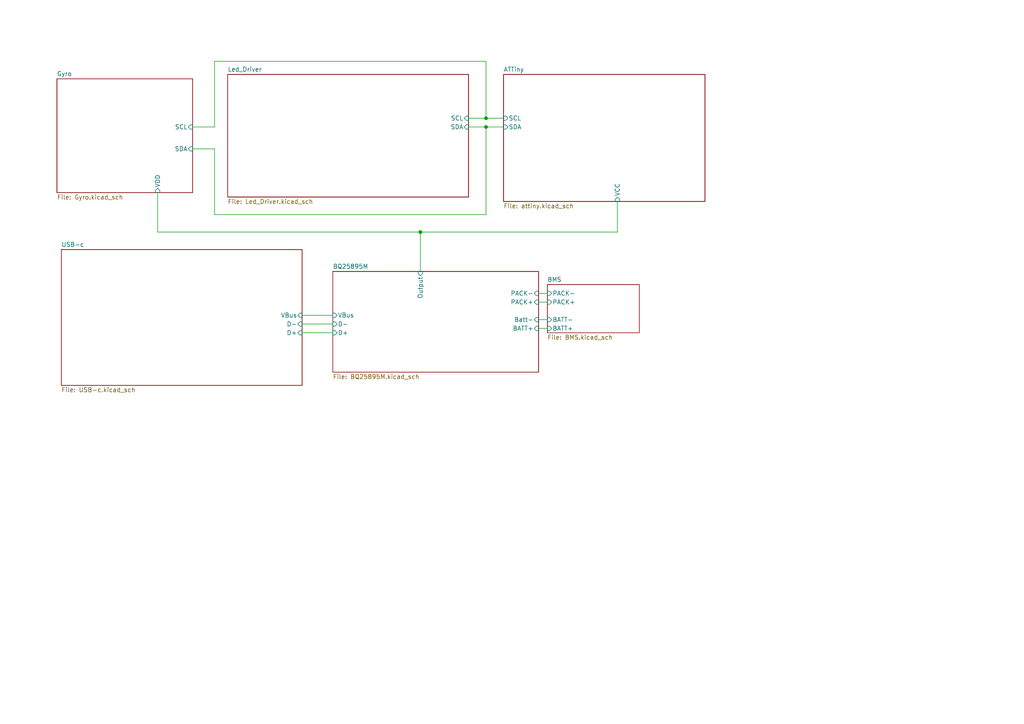
<source format=kicad_sch>
(kicad_sch
	(version 20250114)
	(generator "eeschema")
	(generator_version "9.0")
	(uuid "3cedac76-cdf6-4427-9720-a412bd9af7e2")
	(paper "A4")
	(lib_symbols)
	(junction
		(at 121.92 67.31)
		(diameter 0)
		(color 0 0 0 0)
		(uuid "2b85f7d9-c43b-4659-a97d-9f144b02b745")
	)
	(junction
		(at 140.97 36.83)
		(diameter 0)
		(color 0 0 0 0)
		(uuid "91e0df30-0843-4d3f-b611-aeb78447eae7")
	)
	(junction
		(at 140.97 34.29)
		(diameter 0)
		(color 0 0 0 0)
		(uuid "b81bebd9-4c05-4273-a314-31ed4724dd0d")
	)
	(wire
		(pts
			(xy 140.97 36.83) (xy 146.05 36.83)
		)
		(stroke
			(width 0)
			(type default)
		)
		(uuid "064cc0de-064f-44ae-b644-974fc43b6183")
	)
	(wire
		(pts
			(xy 55.88 43.18) (xy 62.23 43.18)
		)
		(stroke
			(width 0)
			(type default)
		)
		(uuid "0e1a1bbc-b6f1-40b3-a337-32d6e0813d5a")
	)
	(wire
		(pts
			(xy 62.23 43.18) (xy 62.23 62.23)
		)
		(stroke
			(width 0)
			(type default)
		)
		(uuid "1a9b9414-761e-420b-bc8e-350320be262b")
	)
	(wire
		(pts
			(xy 135.89 34.29) (xy 140.97 34.29)
		)
		(stroke
			(width 0)
			(type default)
		)
		(uuid "2d87cac9-7eb7-4947-bb93-04ad59b244cd")
	)
	(wire
		(pts
			(xy 140.97 34.29) (xy 146.05 34.29)
		)
		(stroke
			(width 0)
			(type default)
		)
		(uuid "3080a80d-4f8d-4981-807f-498065b1834b")
	)
	(wire
		(pts
			(xy 121.92 67.31) (xy 121.92 78.74)
		)
		(stroke
			(width 0)
			(type default)
		)
		(uuid "36f09eba-4746-4cb1-8ecd-d2a1d38a598e")
	)
	(wire
		(pts
			(xy 45.72 67.31) (xy 121.92 67.31)
		)
		(stroke
			(width 0)
			(type default)
		)
		(uuid "45f0d977-b3b1-48fb-bf21-e8636b059254")
	)
	(wire
		(pts
			(xy 156.21 87.63) (xy 158.75 87.63)
		)
		(stroke
			(width 0)
			(type default)
		)
		(uuid "48630c49-a7ce-4df7-9bba-a6065b89a4af")
	)
	(wire
		(pts
			(xy 87.63 93.98) (xy 96.52 93.98)
		)
		(stroke
			(width 0)
			(type default)
		)
		(uuid "4ff3041d-f560-4a8f-a2aa-329a43301b83")
	)
	(wire
		(pts
			(xy 45.72 67.31) (xy 45.72 55.88)
		)
		(stroke
			(width 0)
			(type default)
		)
		(uuid "5779eacd-4136-4360-80d1-14b58d55185d")
	)
	(wire
		(pts
			(xy 87.63 91.44) (xy 96.52 91.44)
		)
		(stroke
			(width 0)
			(type default)
		)
		(uuid "6ad743fa-12b8-4621-9a35-3827af7790af")
	)
	(wire
		(pts
			(xy 135.89 36.83) (xy 140.97 36.83)
		)
		(stroke
			(width 0)
			(type default)
		)
		(uuid "76e8bb1f-8357-452f-8dce-e020270c40a4")
	)
	(wire
		(pts
			(xy 121.92 67.31) (xy 179.07 67.31)
		)
		(stroke
			(width 0)
			(type default)
		)
		(uuid "80bc8761-0aee-4294-8531-55fc86c480d5")
	)
	(wire
		(pts
			(xy 62.23 36.83) (xy 62.23 17.78)
		)
		(stroke
			(width 0)
			(type default)
		)
		(uuid "8dab3ba7-2eca-41d2-b0db-eb4274a61dcf")
	)
	(wire
		(pts
			(xy 62.23 17.78) (xy 140.97 17.78)
		)
		(stroke
			(width 0)
			(type default)
		)
		(uuid "9c403350-987e-4839-bdb3-7a28c3466d92")
	)
	(wire
		(pts
			(xy 156.21 85.09) (xy 158.75 85.09)
		)
		(stroke
			(width 0)
			(type default)
		)
		(uuid "a5a1da60-1880-4541-9518-9c300c36a2ce")
	)
	(wire
		(pts
			(xy 140.97 62.23) (xy 140.97 36.83)
		)
		(stroke
			(width 0)
			(type default)
		)
		(uuid "b3c9bb06-1007-450f-b7ad-ec1902f2e59e")
	)
	(wire
		(pts
			(xy 87.63 96.52) (xy 96.52 96.52)
		)
		(stroke
			(width 0)
			(type default)
		)
		(uuid "c7bca6b6-a8ac-4fac-b9f6-12f43cac7bce")
	)
	(wire
		(pts
			(xy 156.21 92.71) (xy 158.75 92.71)
		)
		(stroke
			(width 0)
			(type default)
		)
		(uuid "c9a5457d-a015-4e63-b5b2-a0a174c7b859")
	)
	(wire
		(pts
			(xy 62.23 62.23) (xy 140.97 62.23)
		)
		(stroke
			(width 0)
			(type default)
		)
		(uuid "cddea14a-a4aa-43c3-83c2-94e62a8145a2")
	)
	(wire
		(pts
			(xy 140.97 17.78) (xy 140.97 34.29)
		)
		(stroke
			(width 0)
			(type default)
		)
		(uuid "e229a7f2-c02e-425b-affe-a7557d8651ae")
	)
	(wire
		(pts
			(xy 179.07 67.31) (xy 179.07 58.42)
		)
		(stroke
			(width 0)
			(type default)
		)
		(uuid "eb75ebf6-f681-4150-aee8-15c5b2aa3aa8")
	)
	(wire
		(pts
			(xy 156.21 95.25) (xy 158.75 95.25)
		)
		(stroke
			(width 0)
			(type default)
		)
		(uuid "f4c24c60-ca55-4348-b723-d8e7a6056f9c")
	)
	(wire
		(pts
			(xy 55.88 36.83) (xy 62.23 36.83)
		)
		(stroke
			(width 0)
			(type default)
		)
		(uuid "ffc1a703-2e9b-47be-baf7-c08323501559")
	)
	(sheet
		(at 146.05 21.59)
		(size 58.42 36.83)
		(exclude_from_sim no)
		(in_bom yes)
		(on_board yes)
		(dnp no)
		(fields_autoplaced yes)
		(stroke
			(width 0.1524)
			(type solid)
		)
		(fill
			(color 0 0 0 0.0000)
		)
		(uuid "12cb592c-1de0-461a-9b62-a8d4c4aca561")
		(property "Sheetname" "ATTiny"
			(at 146.05 20.8784 0)
			(effects
				(font
					(size 1.27 1.27)
				)
				(justify left bottom)
			)
		)
		(property "Sheetfile" "attiny.kicad_sch"
			(at 146.05 59.0046 0)
			(effects
				(font
					(size 1.27 1.27)
				)
				(justify left top)
			)
		)
		(pin "SCL" input
			(at 146.05 34.29 180)
			(uuid "e3691aef-bb16-4190-8839-10d30e718663")
			(effects
				(font
					(size 1.27 1.27)
				)
				(justify left)
			)
		)
		(pin "SDA" input
			(at 146.05 36.83 180)
			(uuid "f705c47d-b312-41d1-82e8-2d2d80bf65d5")
			(effects
				(font
					(size 1.27 1.27)
				)
				(justify left)
			)
		)
		(pin "VCC" input
			(at 179.07 58.42 270)
			(uuid "f3925956-2b8b-4b59-86f0-3160252ee915")
			(effects
				(font
					(size 1.27 1.27)
				)
				(justify left)
			)
		)
		(instances
			(project "Final_PCB"
				(path "/3cedac76-cdf6-4427-9720-a412bd9af7e2"
					(page "8")
				)
			)
		)
	)
	(sheet
		(at 66.04 21.59)
		(size 69.85 35.56)
		(exclude_from_sim no)
		(in_bom yes)
		(on_board yes)
		(dnp no)
		(fields_autoplaced yes)
		(stroke
			(width 0.1524)
			(type solid)
		)
		(fill
			(color 0 0 0 0.0000)
		)
		(uuid "31097afd-7b19-4340-a34a-5b2b647d4078")
		(property "Sheetname" "Led_Driver"
			(at 66.04 20.8784 0)
			(effects
				(font
					(size 1.27 1.27)
				)
				(justify left bottom)
			)
		)
		(property "Sheetfile" "Led_Driver.kicad_sch"
			(at 66.04 57.7346 0)
			(effects
				(font
					(size 1.27 1.27)
				)
				(justify left top)
			)
		)
		(pin "SCL" input
			(at 135.89 34.29 0)
			(uuid "00a08891-a3c8-48b0-a560-555bca8251d6")
			(effects
				(font
					(size 1.27 1.27)
				)
				(justify right)
			)
		)
		(pin "SDA" input
			(at 135.89 36.83 0)
			(uuid "1e384bc3-7fe8-4696-9a43-8dd3c745189f")
			(effects
				(font
					(size 1.27 1.27)
				)
				(justify right)
			)
		)
		(instances
			(project "Final_PCB"
				(path "/3cedac76-cdf6-4427-9720-a412bd9af7e2"
					(page "7")
				)
			)
		)
	)
	(sheet
		(at 96.52 78.74)
		(size 59.69 29.21)
		(exclude_from_sim no)
		(in_bom yes)
		(on_board yes)
		(dnp no)
		(fields_autoplaced yes)
		(stroke
			(width 0.1524)
			(type solid)
		)
		(fill
			(color 0 0 0 0.0000)
		)
		(uuid "3d452921-030a-4adf-89b1-90a9f65ccd40")
		(property "Sheetname" "BQ25895M"
			(at 96.52 78.0284 0)
			(effects
				(font
					(size 1.27 1.27)
				)
				(justify left bottom)
			)
		)
		(property "Sheetfile" "BQ25895M.kicad_sch"
			(at 96.52 108.5346 0)
			(effects
				(font
					(size 1.27 1.27)
				)
				(justify left top)
			)
		)
		(pin "D+" input
			(at 96.52 96.52 180)
			(uuid "c9160b44-a61a-4c29-a72b-b341056bb72e")
			(effects
				(font
					(size 1.27 1.27)
				)
				(justify left)
			)
		)
		(pin "D-" input
			(at 96.52 93.98 180)
			(uuid "cdf2985b-a37b-497f-864d-6827160ce965")
			(effects
				(font
					(size 1.27 1.27)
				)
				(justify left)
			)
		)
		(pin "Output" input
			(at 121.92 78.74 90)
			(uuid "f2e70431-4168-48db-92a3-f0c666b11238")
			(effects
				(font
					(size 1.27 1.27)
				)
				(justify right)
			)
		)
		(pin "VBus" input
			(at 96.52 91.44 180)
			(uuid "9ff1fc6f-5f65-478b-b8f8-47d0af5f2b8d")
			(effects
				(font
					(size 1.27 1.27)
				)
				(justify left)
			)
		)
		(pin "BATT+" input
			(at 156.21 95.25 0)
			(uuid "a89b39ff-5baa-4857-b622-0f8a44254cca")
			(effects
				(font
					(size 1.27 1.27)
				)
				(justify right)
			)
		)
		(pin "Batt-" input
			(at 156.21 92.71 0)
			(uuid "377f2044-e253-42fa-b1fb-aeb96763d6e9")
			(effects
				(font
					(size 1.27 1.27)
				)
				(justify right)
			)
		)
		(pin "PACK+" input
			(at 156.21 87.63 0)
			(uuid "a906f7b0-e765-4499-a121-09b2f1cb95ca")
			(effects
				(font
					(size 1.27 1.27)
				)
				(justify right)
			)
		)
		(pin "PACK-" input
			(at 156.21 85.09 0)
			(uuid "129de7e8-dc28-43b3-9790-7c90da04847b")
			(effects
				(font
					(size 1.27 1.27)
				)
				(justify right)
			)
		)
		(instances
			(project "Final_PCB"
				(path "/3cedac76-cdf6-4427-9720-a412bd9af7e2"
					(page "8")
				)
			)
		)
	)
	(sheet
		(at 158.75 82.55)
		(size 26.67 13.97)
		(exclude_from_sim no)
		(in_bom yes)
		(on_board yes)
		(dnp no)
		(fields_autoplaced yes)
		(stroke
			(width 0.1524)
			(type solid)
		)
		(fill
			(color 0 0 0 0.0000)
		)
		(uuid "46e274db-b5db-4871-9e0a-2907fab034b3")
		(property "Sheetname" "BMS"
			(at 158.75 81.8384 0)
			(effects
				(font
					(size 1.27 1.27)
				)
				(justify left bottom)
			)
		)
		(property "Sheetfile" "BMS.kicad_sch"
			(at 158.75 97.1046 0)
			(effects
				(font
					(size 1.27 1.27)
				)
				(justify left top)
			)
		)
		(pin "BATT+" input
			(at 158.75 95.25 180)
			(uuid "2073cc43-aabc-446d-9913-91f86c15a194")
			(effects
				(font
					(size 1.27 1.27)
				)
				(justify left)
			)
		)
		(pin "BATT-" input
			(at 158.75 92.71 180)
			(uuid "62a5afeb-3dbe-48b0-87a6-68339f96aab4")
			(effects
				(font
					(size 1.27 1.27)
				)
				(justify left)
			)
		)
		(pin "PACK+" input
			(at 158.75 87.63 180)
			(uuid "313010de-9476-4f7d-a8b7-b9e1c738f93b")
			(effects
				(font
					(size 1.27 1.27)
				)
				(justify left)
			)
		)
		(pin "PACK-" input
			(at 158.75 85.09 180)
			(uuid "71d0c44a-6a30-4e6a-b4dd-28fdd515e173")
			(effects
				(font
					(size 1.27 1.27)
				)
				(justify left)
			)
		)
		(instances
			(project "Final_PCB"
				(path "/3cedac76-cdf6-4427-9720-a412bd9af7e2"
					(page "7")
				)
			)
		)
	)
	(sheet
		(at 17.78 72.39)
		(size 69.85 39.37)
		(exclude_from_sim no)
		(in_bom yes)
		(on_board yes)
		(dnp no)
		(fields_autoplaced yes)
		(stroke
			(width 0.1524)
			(type solid)
		)
		(fill
			(color 0 0 0 0.0000)
		)
		(uuid "7fa25c8a-3b54-4b2c-868c-f0fa5f323168")
		(property "Sheetname" "USB-c"
			(at 17.78 71.6784 0)
			(effects
				(font
					(size 1.27 1.27)
				)
				(justify left bottom)
			)
		)
		(property "Sheetfile" "USB-c.kicad_sch"
			(at 17.78 112.3446 0)
			(effects
				(font
					(size 1.27 1.27)
				)
				(justify left top)
			)
		)
		(pin "D+" input
			(at 87.63 96.52 0)
			(uuid "193a61b0-12c1-437e-bfe9-cf2f035089c9")
			(effects
				(font
					(size 1.27 1.27)
				)
				(justify right)
			)
		)
		(pin "D-" input
			(at 87.63 93.98 0)
			(uuid "88dbee66-ac53-4a16-ad5a-4f74b738bf23")
			(effects
				(font
					(size 1.27 1.27)
				)
				(justify right)
			)
		)
		(pin "VBus" input
			(at 87.63 91.44 0)
			(uuid "b3d374fa-773b-4ec8-9134-1a9ad5c16b2e")
			(effects
				(font
					(size 1.27 1.27)
				)
				(justify right)
			)
		)
		(instances
			(project "Final_PCB"
				(path "/3cedac76-cdf6-4427-9720-a412bd9af7e2"
					(page "9")
				)
			)
		)
	)
	(sheet
		(at 16.51 22.86)
		(size 39.37 33.02)
		(exclude_from_sim no)
		(in_bom yes)
		(on_board yes)
		(dnp no)
		(fields_autoplaced yes)
		(stroke
			(width 0.1524)
			(type solid)
		)
		(fill
			(color 0 0 0 0.0000)
		)
		(uuid "a2088990-a8d7-4850-b98e-ebf370362bc3")
		(property "Sheetname" "Gyro"
			(at 16.51 22.1484 0)
			(effects
				(font
					(size 1.27 1.27)
				)
				(justify left bottom)
			)
		)
		(property "Sheetfile" "Gyro.kicad_sch"
			(at 16.51 56.4646 0)
			(effects
				(font
					(size 1.27 1.27)
				)
				(justify left top)
			)
		)
		(pin "SCL" input
			(at 55.88 36.83 0)
			(uuid "26405056-3b1e-473c-8321-ddec01546fdb")
			(effects
				(font
					(size 1.27 1.27)
				)
				(justify right)
			)
		)
		(pin "SDA" input
			(at 55.88 43.18 0)
			(uuid "fbf2c98a-d49d-4536-93d7-97c4f14bae56")
			(effects
				(font
					(size 1.27 1.27)
				)
				(justify right)
			)
		)
		(pin "VDD" input
			(at 45.72 55.88 270)
			(uuid "7706bc0f-7735-4384-a4b8-c7441a9d440f")
			(effects
				(font
					(size 1.27 1.27)
				)
				(justify left)
			)
		)
		(instances
			(project "Final_PCB"
				(path "/3cedac76-cdf6-4427-9720-a412bd9af7e2"
					(page "2")
				)
			)
		)
	)
	(sheet_instances
		(path "/"
			(page "1")
		)
	)
	(embedded_fonts no)
)

</source>
